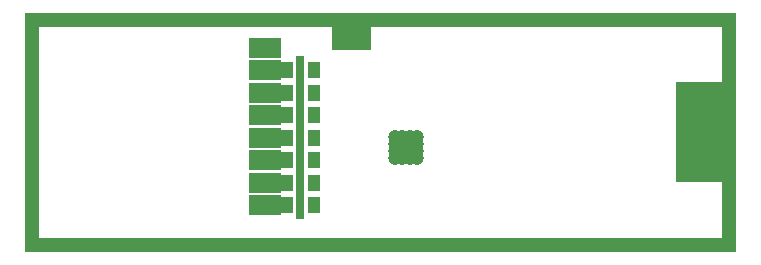
<source format=gbr>
%FSLAX34Y34*%
%MOMM*%
%LNSOLDERMASK_BOTTOM*%
G71*
G01*
%ADD10R,2.700X1.700*%
%ADD11C,1.200*%
%ADD12R,1.100X1.400*%
%ADD13R,0.800X2.400*%
%ADD14C,1.200*%
%LPD*%
X202612Y837200D02*
G54D10*
D03*
X202612Y856250D02*
G54D10*
D03*
X202612Y875300D02*
G54D10*
D03*
X202612Y894350D02*
G54D10*
D03*
X202612Y913400D02*
G54D10*
D03*
X202612Y951500D02*
G54D10*
D03*
X202612Y970550D02*
G54D10*
D03*
X202612Y932450D02*
G54D10*
D03*
X313419Y894995D02*
G54D11*
D03*
X319419Y894995D02*
G54D11*
D03*
X325419Y894995D02*
G54D11*
D03*
X331419Y894995D02*
G54D11*
D03*
X313419Y888995D02*
G54D11*
D03*
X319419Y888995D02*
G54D11*
D03*
X325419Y888995D02*
G54D11*
D03*
X331419Y888995D02*
G54D11*
D03*
X313419Y882995D02*
G54D11*
D03*
X319419Y882995D02*
G54D11*
D03*
X325419Y882995D02*
G54D11*
D03*
X331419Y882995D02*
G54D11*
D03*
X313419Y876995D02*
G54D11*
D03*
X319419Y876995D02*
G54D11*
D03*
X325419Y876995D02*
G54D11*
D03*
X331419Y876995D02*
G54D11*
D03*
X221256Y837041D02*
G54D12*
D03*
X244256Y837041D02*
G54D12*
D03*
X232756Y837041D02*
G54D13*
D03*
X221256Y856091D02*
G54D12*
D03*
X244256Y856091D02*
G54D12*
D03*
X232756Y856091D02*
G54D13*
D03*
X221256Y875141D02*
G54D12*
D03*
X244256Y875141D02*
G54D12*
D03*
X232756Y875141D02*
G54D13*
D03*
X221256Y894191D02*
G54D12*
D03*
X244256Y894191D02*
G54D12*
D03*
X232756Y894191D02*
G54D13*
D03*
X221256Y913241D02*
G54D12*
D03*
X244256Y913241D02*
G54D12*
D03*
X232756Y913241D02*
G54D13*
D03*
X221256Y932291D02*
G54D12*
D03*
X244256Y932291D02*
G54D12*
D03*
X232756Y932291D02*
G54D13*
D03*
X221256Y951658D02*
G54D12*
D03*
X244256Y951658D02*
G54D12*
D03*
X232756Y951658D02*
G54D13*
D03*
G54D14*
X6000Y804000D02*
X596000Y804000D01*
G36*
X6000Y810000D02*
X6000Y798000D01*
X0Y798000D01*
X0Y810000D01*
X6000Y810000D01*
G37*
G36*
X596000Y798000D02*
X596000Y810000D01*
X602000Y810000D01*
X602000Y798000D01*
X596000Y798000D01*
G37*
G54D14*
X6000Y994000D02*
X256000Y994000D01*
G36*
X6000Y1000000D02*
X6000Y988000D01*
X0Y988000D01*
X0Y1000000D01*
X6000Y1000000D01*
G37*
G36*
X256000Y988000D02*
X256000Y1000000D01*
X262000Y1000000D01*
X262000Y988000D01*
X256000Y988000D01*
G37*
G54D14*
X297000Y994000D02*
X596000Y994000D01*
G36*
X297000Y1000000D02*
X297000Y988000D01*
X291000Y988000D01*
X291000Y1000000D01*
X297000Y1000000D01*
G37*
G36*
X596000Y988000D02*
X596000Y1000000D01*
X602000Y1000000D01*
X602000Y988000D01*
X596000Y988000D01*
G37*
G54D14*
X6000Y984000D02*
X6000Y814000D01*
G36*
X12000Y984000D02*
X0Y984000D01*
X1Y990000D01*
X12001Y990000D01*
X12000Y984000D01*
G37*
G36*
X0Y814000D02*
X12000Y814000D01*
X12000Y808000D01*
X0Y808000D01*
X0Y814000D01*
G37*
G54D14*
X596000Y985000D02*
X596000Y920000D01*
G36*
X602000Y985000D02*
X590000Y985000D01*
X590000Y991000D01*
X602000Y991000D01*
X602000Y985000D01*
G37*
G36*
X590000Y920000D02*
X602000Y920000D01*
X602000Y914000D01*
X590000Y914000D01*
X590000Y920000D01*
G37*
G54D14*
X596000Y878000D02*
X596000Y804000D01*
G36*
X602000Y878000D02*
X590000Y878000D01*
X590000Y884000D01*
X602000Y884000D01*
X602000Y878000D01*
G37*
G36*
X590000Y804000D02*
X602000Y804000D01*
X602000Y798000D01*
X590000Y798000D01*
X590000Y804000D01*
G37*
G36*
X551000Y941500D02*
X601000Y941500D01*
X601000Y856500D01*
X551000Y856500D01*
X551000Y941500D01*
G37*
G54D14*
X256000Y994000D02*
X297000Y994000D01*
G36*
X293000Y969000D02*
X260000Y969000D01*
X260000Y999000D01*
X293000Y999000D01*
X293000Y969000D01*
G37*
G54D14*
X596006Y917651D02*
X596006Y880221D01*
X595964Y880221D01*
M02*

</source>
